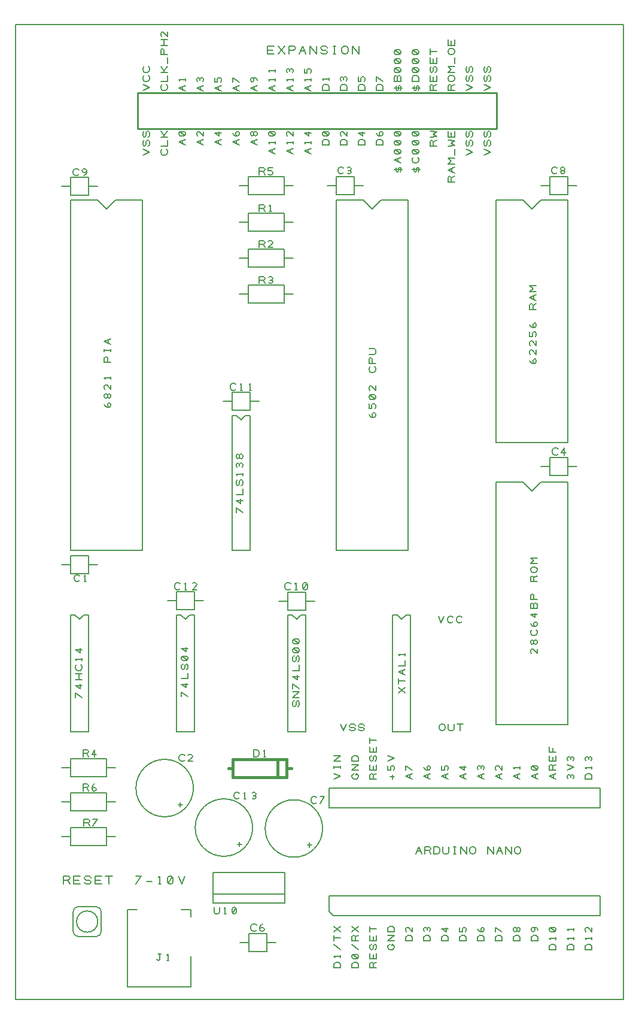
<source format=gbr>
G04 EasyPC Gerber Version 20.0.2 Build 4112 *
G04 #@! TF.Part,Single*
G04 #@! TF.FileFunction,Legend,Top *
%FSLAX35Y35*%
%MOIN*%
%ADD12C,0.00500*%
%ADD11C,0.00787*%
%ADD15C,0.01000*%
%ADD16C,0.01600*%
X0Y0D02*
D02*
D11*
X38722Y64357D02*
Y68787D01*
X41306*
X42044Y68417*
X42413Y67679*
X42044Y66941*
X41306Y66572*
X38722*
X41306D02*
X42413Y64357D01*
X44628D02*
Y68787D01*
X48319*
X47581Y66572D02*
X44628D01*
Y64357D02*
X48319D01*
X50533Y65465D02*
X50903Y64726D01*
X51641Y64357*
X53117*
X53856Y64726*
X54224Y65465*
X53856Y66203*
X53117Y66572*
X51641*
X50903Y66941*
X50533Y67679*
X50903Y68417*
X51641Y68787*
X53117*
X53856Y68417*
X54224Y67679*
X56439Y64357D02*
Y68787D01*
X60130*
X59392Y66572D02*
X56439D01*
Y64357D02*
X60130D01*
X64190D02*
Y68787D01*
X62344D02*
X66035D01*
X104514Y50006D02*
X109967D01*
Y46096*
X79222Y64357D02*
X82175Y68787D01*
X79222*
X85128Y65834D02*
X88081D01*
X91772Y64357D02*
X93248D01*
X92510D02*
Y68787D01*
X91772Y68048*
X97308Y64726D02*
X98046Y64357D01*
X98785*
X99523Y64726*
X99892Y65465*
Y67679*
X99523Y68417*
X98785Y68787*
X98046*
X97308Y68417*
X96939Y67679*
Y65465*
X97308Y64726*
X99523Y68417*
X102844Y68787D02*
X104690Y64357D01*
X106535Y68787*
X109967Y24246D02*
Y7250D01*
X74533*
Y50006*
X79919*
X152600Y526357D02*
Y530787D01*
X156291*
X155553Y528572D02*
X152600D01*
Y526357D02*
X156291D01*
X158506D02*
X162197Y530787D01*
X158506D02*
X162197Y526357D01*
X164411D02*
Y530787D01*
X166995*
X167733Y530417*
X168102Y529679*
X167733Y528941*
X166995Y528572*
X164411*
X170317Y526357D02*
X172163Y530787D01*
X174008Y526357*
X171055Y528203D02*
X173270D01*
X176222Y526357D02*
Y530787D01*
X179913Y526357*
Y530787*
X182128Y527465D02*
X182497Y526726D01*
X183235Y526357*
X184712*
X185450Y526726*
X185819Y527465*
X185450Y528203*
X184712Y528572*
X183235*
X182497Y528941*
X182128Y529679*
X182497Y530417*
X183235Y530787*
X184712*
X185450Y530417*
X185819Y529679*
X189141Y526357D02*
X190617D01*
X189879D02*
Y530787D01*
X189141D02*
X190617D01*
X193939Y527834D02*
Y529310D01*
X194308Y530048*
X194677Y530417*
X195415Y530787*
X196154*
X196892Y530417*
X197261Y530048*
X197630Y529310*
Y527834*
X197261Y527096*
X196892Y526726*
X196154Y526357*
X195415*
X194677Y526726*
X194308Y527096*
X193939Y527834*
X199844Y526357D02*
Y530787D01*
X203535Y526357*
Y530787*
D02*
D12*
X12250Y250D02*
X350750D01*
Y542750*
X12250*
Y250*
X37750Y129250D02*
X42750D01*
X37750Y242250D02*
X42750D01*
Y90750D02*
X37750D01*
X42750Y110250D02*
X37750D01*
X42750Y124250D02*
Y134250D01*
X62750*
Y124250*
X42750*
Y149250D02*
Y214250D01*
X45250*
X47750Y211750*
X50250Y214250*
X52750*
Y149250*
X42750*
Y237250D02*
Y247250D01*
X52750*
Y237250*
X42750*
Y250250D02*
Y445250D01*
X57750*
X62750Y440250*
X67750Y445250*
X82750*
Y250250*
X42750*
Y452750D02*
X37750D01*
X44234Y48852D02*
Y38026D01*
G75*
G03X47187Y35073I2953*
G01*
X57030*
G75*
G03X59982Y38026J2953*
G01*
Y48852*
G75*
G03X57030Y51805I-2953*
G01*
X47187*
G75*
G03X44234Y48852J-2953*
G01*
X47375Y459313D02*
X47063Y459000D01*
X46437Y458687*
X45500*
X44875Y459000*
X44563Y459313*
X44250Y459937*
Y461187*
X44563Y461813*
X44875Y462125*
X45500Y462437*
X46437*
X47063Y462125*
X47375Y461813*
X50187Y458687D02*
X50813Y459000D01*
X51437Y459625*
X51750Y460563*
Y461500*
X51437Y462125*
X50813Y462437*
X50187*
X49563Y462125*
X49250Y461500*
X49563Y460875*
X50187Y460563*
X50813*
X51437Y460875*
X51750Y461500*
X47875Y233313D02*
X47563Y233000D01*
X46937Y232687*
X46000*
X45375Y233000*
X45063Y233313*
X44750Y233937*
Y235187*
X45063Y235813*
X45375Y236125*
X46000Y236437*
X46937*
X47563Y236125*
X47875Y235813*
X50375Y232687D02*
X51625D01*
X51000D02*
Y236437D01*
X50375Y235813*
X49750Y116187D02*
Y119937D01*
X51937*
X52563Y119625*
X52875Y119000*
X52563Y118375*
X51937Y118063*
X49750*
X51937D02*
X52875Y116187D01*
X54750Y117125D02*
X55063Y117750D01*
X55687Y118063*
X56313*
X56937Y117750*
X57250Y117125*
X56937Y116500*
X56313Y116187*
X55687*
X55063Y116500*
X54750Y117125*
Y118063*
X55063Y119000*
X55687Y119625*
X56313Y119937*
X49750Y135187D02*
Y138937D01*
X51937*
X52563Y138625*
X52875Y138000*
X52563Y137375*
X51937Y137063*
X49750*
X51937D02*
X52875Y135187D01*
X56313D02*
Y138937D01*
X54750Y136437*
X57250*
X50250Y96687D02*
Y100437D01*
X52437*
X53063Y100125*
X53375Y99500*
X53063Y98875*
X52437Y98563*
X50250*
X52437D02*
X53375Y96687D01*
X55250D02*
X57750Y100437D01*
X55250*
X49313Y168250D02*
X45563Y170750D01*
Y168250*
X49313Y174813D02*
X45563D01*
X48063Y173250*
Y175750*
X49313Y178250D02*
X45563D01*
X47437D02*
Y181375D01*
X49313D02*
X45563D01*
X48687Y186375D02*
X49000Y186063D01*
X49313Y185437*
Y184500*
X49000Y183875*
X48687Y183563*
X48063Y183250*
X46813*
X46187Y183563*
X45875Y183875*
X45563Y184500*
Y185437*
X45875Y186063*
X46187Y186375*
X49313Y188875D02*
Y190125D01*
Y189500D02*
X45563D01*
X46187Y188875*
X49313Y194813D02*
X45563D01*
X48063Y193250*
Y195750*
X52750Y242250D02*
X57750D01*
X52750Y457750D02*
Y447750D01*
X42750*
Y457750*
X52750*
X57750Y452750D02*
X52750D01*
X57994Y43439D02*
G75*
G03X46183I-5906D01*
G01*
G75*
G03X57994I5906*
G01*
X62750Y95750D02*
Y85750D01*
X42750*
Y95750*
X62750*
Y115250D02*
Y105250D01*
X42750*
Y115250*
X62750*
Y129250D02*
X67750D01*
X64375Y329750D02*
X63750Y330063D01*
X63437Y330687*
Y331313*
X63750Y331937*
X64375Y332250*
X65000Y331937*
X65313Y331313*
Y330687*
X65000Y330063*
X64375Y329750*
X63437*
X62500Y330063*
X61875Y330687*
X61563Y331313*
X63437Y335687D02*
Y336313D01*
X63125Y336937*
X62500Y337250*
X61875Y336937*
X61563Y336313*
Y335687*
X61875Y335063*
X62500Y334750*
X63125Y335063*
X63437Y335687*
X63750Y335063*
X64375Y334750*
X65000Y335063*
X65313Y335687*
Y336313*
X65000Y336937*
X64375Y337250*
X63750Y336937*
X63437Y336313*
X65313Y342250D02*
Y339750D01*
X63125Y341937*
X62500Y342250*
X61875Y341937*
X61563Y341313*
Y340375*
X61875Y339750*
X65313Y345375D02*
Y346625D01*
Y346000D02*
X61563D01*
X62187Y345375*
X65313Y354750D02*
X61563D01*
Y356937*
X61875Y357563*
X62500Y357875*
X63125Y357563*
X63437Y356937*
Y354750*
X65313Y360687D02*
Y361937D01*
Y361313D02*
X61563D01*
Y360687D02*
Y361937D01*
X65313Y364750D02*
X61563Y366313D01*
X65313Y367875*
X63750Y365375D02*
Y367250D01*
X67750Y90750D02*
X62750D01*
X67750Y110250D02*
X62750D01*
X83063Y470250D02*
X86813Y471813D01*
X83063Y473375*
X85875Y475250D02*
X86500Y475563D01*
X86813Y476187*
Y477437*
X86500Y478063*
X85875Y478375*
X85250Y478063*
X84937Y477437*
Y476187*
X84625Y475563*
X84000Y475250*
X83375Y475563*
X83063Y476187*
Y477437*
X83375Y478063*
X84000Y478375*
X85875Y480250D02*
X86500Y480563D01*
X86813Y481187*
Y482437*
X86500Y483063*
X85875Y483375*
X85250Y483063*
X84937Y482437*
Y481187*
X84625Y480563*
X84000Y480250*
X83375Y480563*
X83063Y481187*
Y482437*
X83375Y483063*
X84000Y483375*
X83063Y506250D02*
X86813Y507813D01*
X83063Y509375*
X86187Y514375D02*
X86500Y514063D01*
X86813Y513437*
Y512500*
X86500Y511875*
X86187Y511563*
X85563Y511250*
X84313*
X83687Y511563*
X83375Y511875*
X83063Y512500*
Y513437*
X83375Y514063*
X83687Y514375*
X86187Y519375D02*
X86500Y519063D01*
X86813Y518437*
Y517500*
X86500Y516875*
X86187Y516563*
X85563Y516250*
X84313*
X83687Y516563*
X83375Y516875*
X83063Y517500*
Y518437*
X83375Y519063*
X83687Y519375*
X90774Y22372D02*
X91086Y22059D01*
X91711Y21746*
X92336Y22059*
X92649Y22372*
Y25496*
X93274*
X92649D02*
X91399D01*
X96399Y21746D02*
X97649D01*
X97024D02*
Y25496D01*
X96399Y24872*
X96187Y473375D02*
X96500Y473063D01*
X96813Y472437*
Y471500*
X96500Y470875*
X96187Y470563*
X95563Y470250*
X94313*
X93687Y470563*
X93375Y470875*
X93063Y471500*
Y472437*
X93375Y473063*
X93687Y473375*
X93063Y475250D02*
X96813D01*
Y478375*
Y480250D02*
X93063D01*
X94937D02*
Y481187D01*
X93063Y483375*
X94937Y481187D02*
X96813Y483375D01*
X96187Y509375D02*
X96500Y509063D01*
X96813Y508437*
Y507500*
X96500Y506875*
X96187Y506563*
X95563Y506250*
X94313*
X93687Y506563*
X93375Y506875*
X93063Y507500*
Y508437*
X93375Y509063*
X93687Y509375*
X93063Y511250D02*
X96813D01*
Y514375*
Y516250D02*
X93063D01*
X94937D02*
Y517187D01*
X93063Y519375*
X94937Y517187D02*
X96813Y519375D01*
Y521250D02*
Y524375D01*
Y526250D02*
X93063D01*
Y528437*
X93375Y529063*
X94000Y529375*
X94625Y529063*
X94937Y528437*
Y526250*
X96813Y531250D02*
X93063D01*
X94937D02*
Y534375D01*
X96813D02*
X93063D01*
X96813Y538750D02*
Y536250D01*
X94625Y538437*
X94000Y538750*
X93375Y538437*
X93063Y537813*
Y536875*
X93375Y536250*
X103875Y228813D02*
X103563Y228500D01*
X102937Y228187*
X102000*
X101375Y228500*
X101063Y228813*
X100750Y229437*
Y230687*
X101063Y231313*
X101375Y231625*
X102000Y231937*
X102937*
X103563Y231625*
X103875Y231313*
X106375Y228187D02*
X107625D01*
X107000D02*
Y231937D01*
X106375Y231313*
X113250Y228187D02*
X110750D01*
X112937Y230375*
X113250Y231000*
X112937Y231625*
X112313Y231937*
X111375*
X110750Y231625*
X101750Y149250D02*
Y214250D01*
X104250*
X106750Y211750*
X109250Y214250*
X111750*
Y149250*
X101750*
Y222250D02*
X96750D01*
X106375Y133313D02*
X106063Y133000D01*
X105437Y132687*
X104500*
X103875Y133000*
X103563Y133313*
X103250Y133937*
Y135187*
X103563Y135813*
X103875Y136125*
X104500Y136437*
X105437*
X106063Y136125*
X106375Y135813*
X110750Y132687D02*
X108250D01*
X110437Y134875*
X110750Y135500*
X110437Y136125*
X109813Y136437*
X108875*
X108250Y136125*
X105250Y108563D02*
X102750D01*
X104000Y109813D02*
Y107313D01*
X106813Y475750D02*
X103063Y477313D01*
X106813Y478875*
X105250Y476375D02*
Y478250D01*
X106500Y481063D02*
X106813Y481687D01*
Y482313*
X106500Y482937*
X105875Y483250*
X104000*
X103375Y482937*
X103063Y482313*
Y481687*
X103375Y481063*
X104000Y480750*
X105875*
X106500Y481063*
X103375Y482937*
X106813Y505750D02*
X103063Y507313D01*
X106813Y508875*
X105250Y506375D02*
Y508250D01*
X106813Y511375D02*
Y512625D01*
Y512000D02*
X103063D01*
X103687Y511375*
X108313Y168750D02*
X104563Y171250D01*
Y168750*
X108313Y175313D02*
X104563D01*
X107063Y173750*
Y176250*
X104563Y178750D02*
X108313D01*
Y181875*
X107375Y183750D02*
X108000Y184063D01*
X108313Y184687*
Y185937*
X108000Y186563*
X107375Y186875*
X106750Y186563*
X106437Y185937*
Y184687*
X106125Y184063*
X105500Y183750*
X104875Y184063*
X104563Y184687*
Y185937*
X104875Y186563*
X105500Y186875*
X108000Y189063D02*
X108313Y189687D01*
Y190313*
X108000Y190937*
X107375Y191250*
X105500*
X104875Y190937*
X104563Y190313*
Y189687*
X104875Y189063*
X105500Y188750*
X107375*
X108000Y189063*
X104875Y190937*
X108313Y195313D02*
X104563D01*
X107063Y193750*
Y196250*
X111250Y117750D02*
G75*
G02X95250Y101750I-16000D01*
G01*
G75*
G02X79250Y117750J16000*
G01*
G75*
G02X95250Y133750I16000*
G01*
G75*
G02X111250Y117750J-16000*
G01*
X111750Y227250D02*
Y217250D01*
X101750*
Y227250*
X111750*
X116750Y222250D02*
X111750D01*
X116813Y475750D02*
X113063Y477313D01*
X116813Y478875*
X115250Y476375D02*
Y478250D01*
X116813Y483250D02*
Y480750D01*
X114625Y482937*
X114000Y483250*
X113375Y482937*
X113063Y482313*
Y481375*
X113375Y480750*
X116813Y505750D02*
X113063Y507313D01*
X116813Y508875*
X115250Y506375D02*
Y508250D01*
X116500Y511063D02*
X116813Y511687D01*
Y512313*
X116500Y512937*
X115875Y513250*
X115250Y512937*
X114937Y512313*
Y511687*
Y512313D02*
X114625Y512937D01*
X114000Y513250*
X113375Y512937*
X113063Y512313*
Y511687*
X113375Y511063*
X122750Y51437D02*
Y48625D01*
X123063Y48000*
X123687Y47687*
X124937*
X125563Y48000*
X125875Y48625*
Y51437*
X128375Y47687D02*
X129625D01*
X129000D02*
Y51437D01*
X128375Y50813*
X133063Y48000D02*
X133687Y47687D01*
X134313*
X134937Y48000*
X135250Y48625*
Y50500*
X134937Y51125*
X134313Y51437*
X133687*
X133063Y51125*
X132750Y50500*
Y48625*
X133063Y48000*
X134937Y51125*
X126813Y475750D02*
X123063Y477313D01*
X126813Y478875*
X125250Y476375D02*
Y478250D01*
X126813Y482313D02*
X123063D01*
X125563Y480750*
Y483250*
X126813Y505750D02*
X123063Y507313D01*
X126813Y508875*
X125250Y506375D02*
Y508250D01*
X126500Y510750D02*
X126813Y511375D01*
Y512313*
X126500Y512937*
X125875Y513250*
X125563*
X124937Y512937*
X124625Y512313*
Y510750*
X123063*
Y513250*
X134875Y339813D02*
X134563Y339500D01*
X133937Y339187*
X133000*
X132375Y339500*
X132063Y339813*
X131750Y340437*
Y341687*
X132063Y342313*
X132375Y342625*
X133000Y342937*
X133937*
X134563Y342625*
X134875Y342313*
X137375Y339187D02*
X138625D01*
X138000D02*
Y342937D01*
X137375Y342313*
X142375Y339187D02*
X143625D01*
X143000D02*
Y342937D01*
X142375Y342313*
X132750Y250250D02*
Y325250D01*
X135250*
X137750Y322750*
X140250Y325250*
X142750*
Y250250*
X132750*
Y333250D02*
X127750D01*
X136875Y112313D02*
X136563Y112000D01*
X135937Y111687*
X135000*
X134375Y112000*
X134063Y112313*
X133750Y112937*
Y114187*
X134063Y114813*
X134375Y115125*
X135000Y115437*
X135937*
X136563Y115125*
X136875Y114813*
X139375Y111687D02*
X140625D01*
X140000D02*
Y115437D01*
X139375Y114813*
X144063Y112000D02*
X144687Y111687D01*
X145313*
X145937Y112000*
X146250Y112625*
X145937Y113250*
X145313Y113563*
X144687*
X145313D02*
X145937Y113875D01*
X146250Y114500*
X145937Y115125*
X145313Y115437*
X144687*
X144063Y115125*
X136750Y392750D02*
X141750D01*
X136750Y412750D02*
X141750D01*
X136750Y432750D02*
X141750D01*
X136750Y453250D02*
X141750D01*
X136813Y475750D02*
X133063Y477313D01*
X136813Y478875*
X135250Y476375D02*
Y478250D01*
X135875Y480750D02*
X135250Y481063D01*
X134937Y481687*
Y482313*
X135250Y482937*
X135875Y483250*
X136500Y482937*
X136813Y482313*
Y481687*
X136500Y481063*
X135875Y480750*
X134937*
X134000Y481063*
X133375Y481687*
X133063Y482313*
X136813Y505750D02*
X133063Y507313D01*
X136813Y508875*
X135250Y506375D02*
Y508250D01*
X136813Y510750D02*
X133063Y513250D01*
Y510750*
X138250Y86563D02*
X135750D01*
X137000Y87813D02*
Y85313D01*
X138813Y271250D02*
X135063Y273750D01*
Y271250*
X138813Y277813D02*
X135063D01*
X137563Y276250*
Y278750*
X135063Y281250D02*
X138813D01*
Y284375*
X137875Y286250D02*
X138500Y286563D01*
X138813Y287187*
Y288437*
X138500Y289063*
X137875Y289375*
X137250Y289063*
X136937Y288437*
Y287187*
X136625Y286563*
X136000Y286250*
X135375Y286563*
X135063Y287187*
Y288437*
X135375Y289063*
X136000Y289375*
X138813Y291875D02*
Y293125D01*
Y292500D02*
X135063D01*
X135687Y291875*
X138500Y296563D02*
X138813Y297187D01*
Y297813*
X138500Y298437*
X137875Y298750*
X137250Y298437*
X136937Y297813*
Y297187*
Y297813D02*
X136625Y298437D01*
X136000Y298750*
X135375Y298437*
X135063Y297813*
Y297187*
X135375Y296563*
X136937Y302187D02*
Y302813D01*
X136625Y303437*
X136000Y303750*
X135375Y303437*
X135063Y302813*
Y302187*
X135375Y301563*
X136000Y301250*
X136625Y301563*
X136937Y302187*
X137250Y301563*
X137875Y301250*
X138500Y301563*
X138813Y302187*
Y302813*
X138500Y303437*
X137875Y303750*
X137250Y303437*
X136937Y302813*
X141750Y387750D02*
Y397750D01*
X161750*
Y387750*
X141750*
Y407750D02*
Y417750D01*
X161750*
Y407750*
X141750*
Y427750D02*
Y437750D01*
X161750*
Y427750*
X141750*
Y448250D02*
Y458250D01*
X161750*
Y448250*
X141750*
X142250Y31750D02*
X137250D01*
X142750Y338250D02*
Y328250D01*
X132750*
Y338250*
X142750*
X146375Y38813D02*
X146063Y38500D01*
X145437Y38187*
X144500*
X143875Y38500*
X143563Y38813*
X143250Y39437*
Y40687*
X143563Y41313*
X143875Y41625*
X144500Y41937*
X145437*
X146063Y41625*
X146375Y41313*
X148250Y39125D02*
X148563Y39750D01*
X149187Y40063*
X149813*
X150437Y39750*
X150750Y39125*
X150437Y38500*
X149813Y38187*
X149187*
X148563Y38500*
X148250Y39125*
Y40063*
X148563Y41000*
X149187Y41625*
X149813Y41937*
X144250Y95750D02*
G75*
G02X128250Y79750I-16000D01*
G01*
G75*
G02X112250Y95750J16000*
G01*
G75*
G02X128250Y111750I16000*
G01*
G75*
G02X144250Y95750J-16000*
G01*
X144750Y135187D02*
Y138937D01*
X146625*
X147250Y138625*
X147563Y138313*
X147875Y137687*
Y136437*
X147563Y135813*
X147250Y135500*
X146625Y135187*
X144750*
X150375D02*
X151625D01*
X151000D02*
Y138937D01*
X150375Y138313*
X147750Y333250D02*
X142750D01*
X146813Y475750D02*
X143063Y477313D01*
X146813Y478875*
X145250Y476375D02*
Y478250D01*
X144937Y481687D02*
Y482313D01*
X144625Y482937*
X144000Y483250*
X143375Y482937*
X143063Y482313*
Y481687*
X143375Y481063*
X144000Y480750*
X144625Y481063*
X144937Y481687*
X145250Y481063*
X145875Y480750*
X146500Y481063*
X146813Y481687*
Y482313*
X146500Y482937*
X145875Y483250*
X145250Y482937*
X144937Y482313*
X146813Y505750D02*
X143063Y507313D01*
X146813Y508875*
X145250Y506375D02*
Y508250D01*
X146813Y511687D02*
X146500Y512313D01*
X145875Y512937*
X144937Y513250*
X144000*
X143375Y512937*
X143063Y512313*
Y511687*
X143375Y511063*
X144000Y510750*
X144625Y511063*
X144937Y511687*
Y512313*
X144625Y512937*
X144000Y513250*
X148000Y398687D02*
Y402437D01*
X150187*
X150813Y402125*
X151125Y401500*
X150813Y400875*
X150187Y400563*
X148000*
X150187D02*
X151125Y398687D01*
X153313Y399000D02*
X153937Y398687D01*
X154563*
X155187Y399000*
X155500Y399625*
X155187Y400250*
X154563Y400563*
X153937*
X154563D02*
X155187Y400875D01*
X155500Y401500*
X155187Y402125*
X154563Y402437*
X153937*
X153313Y402125*
X148000Y418687D02*
Y422437D01*
X150187*
X150813Y422125*
X151125Y421500*
X150813Y420875*
X150187Y420563*
X148000*
X150187D02*
X151125Y418687D01*
X155500D02*
X153000D01*
X155187Y420875*
X155500Y421500*
X155187Y422125*
X154563Y422437*
X153625*
X153000Y422125*
X148000Y438687D02*
Y442437D01*
X150187*
X150813Y442125*
X151125Y441500*
X150813Y440875*
X150187Y440563*
X148000*
X150187D02*
X151125Y438687D01*
X153625D02*
X154875D01*
X154250D02*
Y442437D01*
X153625Y441813*
X148000Y459187D02*
Y462937D01*
X150187*
X150813Y462625*
X151125Y462000*
X150813Y461375*
X150187Y461063*
X148000*
X150187D02*
X151125Y459187D01*
X153000Y459500D02*
X153625Y459187D01*
X154563*
X155187Y459500*
X155500Y460125*
Y460437*
X155187Y461063*
X154563Y461375*
X153000*
Y462937*
X155500*
X152250Y36750D02*
Y26750D01*
X142250*
Y36750*
X152250*
X157250Y31750D02*
X152250D01*
X156813Y470750D02*
X153063Y472313D01*
X156813Y473875*
X155250Y471375D02*
Y473250D01*
X156813Y476375D02*
Y477625D01*
Y477000D02*
X153063D01*
X153687Y476375*
X156500Y481063D02*
X156813Y481687D01*
Y482313*
X156500Y482937*
X155875Y483250*
X154000*
X153375Y482937*
X153063Y482313*
Y481687*
X153375Y481063*
X154000Y480750*
X155875*
X156500Y481063*
X153375Y482937*
X156813Y505750D02*
X153063Y507313D01*
X156813Y508875*
X155250Y506375D02*
Y508250D01*
X156813Y511375D02*
Y512625D01*
Y512000D02*
X153063D01*
X153687Y511375*
X156813Y516375D02*
Y517625D01*
Y517000D02*
X153063D01*
X153687Y516375*
X158750Y221750D02*
X163750D01*
X161750Y392750D02*
X166750D01*
X161750Y412750D02*
X166750D01*
X161750Y432750D02*
X166750D01*
X161750Y453250D02*
X166750D01*
X162250Y53750D02*
Y70750D01*
X122250*
Y53750*
X162250*
Y58750D02*
X122250D01*
X165375Y228813D02*
X165063Y228500D01*
X164437Y228187*
X163500*
X162875Y228500*
X162563Y228813*
X162250Y229437*
Y230687*
X162563Y231313*
X162875Y231625*
X163500Y231937*
X164437*
X165063Y231625*
X165375Y231313*
X167875Y228187D02*
X169125D01*
X168500D02*
Y231937D01*
X167875Y231313*
X172563Y228500D02*
X173187Y228187D01*
X173813*
X174437Y228500*
X174750Y229125*
Y231000*
X174437Y231625*
X173813Y231937*
X173187*
X172563Y231625*
X172250Y231000*
Y229125*
X172563Y228500*
X174437Y231625*
X163750Y149250D02*
Y214250D01*
X166250*
X168750Y211750*
X171250Y214250*
X173750*
Y149250*
X163750*
Y216750D02*
Y226750D01*
X173750*
Y216750*
X163750*
X166813Y470750D02*
X163063Y472313D01*
X166813Y473875*
X165250Y471375D02*
Y473250D01*
X166813Y476375D02*
Y477625D01*
Y477000D02*
X163063D01*
X163687Y476375*
X166813Y483250D02*
Y480750D01*
X164625Y482937*
X164000Y483250*
X163375Y482937*
X163063Y482313*
Y481375*
X163375Y480750*
X166813Y505750D02*
X163063Y507313D01*
X166813Y508875*
X165250Y506375D02*
Y508250D01*
X166813Y511375D02*
Y512625D01*
Y512000D02*
X163063D01*
X163687Y511375*
X166500Y516063D02*
X166813Y516687D01*
Y517313*
X166500Y517937*
X165875Y518250*
X165250Y517937*
X164937Y517313*
Y516687*
Y517313D02*
X164625Y517937D01*
X164000Y518250*
X163375Y517937*
X163063Y517313*
Y516687*
X163375Y516063*
X169375Y163250D02*
X170000Y163563D01*
X170313Y164187*
Y165437*
X170000Y166063*
X169375Y166375*
X168750Y166063*
X168437Y165437*
Y164187*
X168125Y163563*
X167500Y163250*
X166875Y163563*
X166563Y164187*
Y165437*
X166875Y166063*
X167500Y166375*
X170313Y168250D02*
X166563D01*
X170313Y171375*
X166563*
X170313Y173250D02*
X166563Y175750D01*
Y173250*
X170313Y179813D02*
X166563D01*
X169063Y178250*
Y180750*
X166563Y183250D02*
X170313D01*
Y186375*
X169375Y188250D02*
X170000Y188563D01*
X170313Y189187*
Y190437*
X170000Y191063*
X169375Y191375*
X168750Y191063*
X168437Y190437*
Y189187*
X168125Y188563*
X167500Y188250*
X166875Y188563*
X166563Y189187*
Y190437*
X166875Y191063*
X167500Y191375*
X170000Y193563D02*
X170313Y194187D01*
Y194813*
X170000Y195437*
X169375Y195750*
X167500*
X166875Y195437*
X166563Y194813*
Y194187*
X166875Y193563*
X167500Y193250*
X169375*
X170000Y193563*
X166875Y195437*
X170000Y198563D02*
X170313Y199187D01*
Y199813*
X170000Y200437*
X169375Y200750*
X167500*
X166875Y200437*
X166563Y199813*
Y199187*
X166875Y198563*
X167500Y198250*
X169375*
X170000Y198563*
X166875Y200437*
X173750Y221750D02*
X178750D01*
X179875Y109813D02*
X179563Y109500D01*
X178937Y109187*
X178000*
X177375Y109500*
X177063Y109813*
X176750Y110437*
Y111687*
X177063Y112313*
X177375Y112625*
X178000Y112937*
X178937*
X179563Y112625*
X179875Y112313*
X181750Y109187D02*
X184250Y112937D01*
X181750*
X177250Y86063D02*
X174750D01*
X176000Y87313D02*
Y84813D01*
X176813Y470750D02*
X173063Y472313D01*
X176813Y473875*
X175250Y471375D02*
Y473250D01*
X176813Y476375D02*
Y477625D01*
Y477000D02*
X173063D01*
X173687Y476375*
X176813Y482313D02*
X173063D01*
X175563Y480750*
Y483250*
X176813Y505750D02*
X173063Y507313D01*
X176813Y508875*
X175250Y506375D02*
Y508250D01*
X176813Y511375D02*
Y512625D01*
Y512000D02*
X173063D01*
X173687Y511375*
X176500Y515750D02*
X176813Y516375D01*
Y517313*
X176500Y517937*
X175875Y518250*
X175563*
X174937Y517937*
X174625Y517313*
Y515750*
X173063*
Y518250*
X183250Y95250D02*
G75*
G02X167250Y79250I-16000D01*
G01*
G75*
G02X151250Y95250J16000*
G01*
G75*
G02X167250Y111250I16000*
G01*
G75*
G02X183250Y95250J-16000*
G01*
X186750Y57750D02*
X337750D01*
Y46750*
X189250*
X186750Y49250*
Y57750*
Y117750D02*
X337750D01*
Y106750*
X186750*
Y117750*
X186813Y475750D02*
X183063D01*
Y477625*
X183375Y478250*
X183687Y478563*
X184313Y478875*
X185563*
X186187Y478563*
X186500Y478250*
X186813Y477625*
Y475750*
X186500Y481063D02*
X186813Y481687D01*
Y482313*
X186500Y482937*
X185875Y483250*
X184000*
X183375Y482937*
X183063Y482313*
Y481687*
X183375Y481063*
X184000Y480750*
X185875*
X186500Y481063*
X183375Y482937*
X186813Y506250D02*
X183063D01*
Y508125*
X183375Y508750*
X183687Y509063*
X184313Y509375*
X185563*
X186187Y509063*
X186500Y508750*
X186813Y508125*
Y506250*
Y511875D02*
Y513125D01*
Y512500D02*
X183063D01*
X183687Y511875*
X190750Y250250D02*
Y445250D01*
X205750*
X210750Y440250*
X215750Y445250*
X230750*
Y250250*
X190750*
Y453250D02*
X185750D01*
X194875Y460313D02*
X194563Y460000D01*
X193937Y459687*
X193000*
X192375Y460000*
X192063Y460313*
X191750Y460937*
Y462187*
X192063Y462813*
X192375Y463125*
X193000Y463437*
X193937*
X194563Y463125*
X194875Y462813*
X197063Y460000D02*
X197687Y459687D01*
X198313*
X198937Y460000*
X199250Y460625*
X198937Y461250*
X198313Y461563*
X197687*
X198313D02*
X198937Y461875D01*
X199250Y462500*
X198937Y463125*
X198313Y463437*
X197687*
X197063Y463125*
X193313Y17750D02*
X189563D01*
Y19625*
X189875Y20250*
X190187Y20563*
X190813Y20875*
X192063*
X192687Y20563*
X193000Y20250*
X193313Y19625*
Y17750*
Y23375D02*
Y24625D01*
Y24000D02*
X189563D01*
X190187Y23375*
X193313Y27750D02*
X189563Y30875D01*
X193313Y34313D02*
X189563D01*
Y32750D02*
Y35875D01*
X193313Y37750D02*
X189563Y40875D01*
Y37750D02*
X193313Y40875D01*
X189563Y122750D02*
X193313Y124313D01*
X189563Y125875*
X193313Y128687D02*
Y129937D01*
Y129313D02*
X189563D01*
Y128687D02*
Y129937D01*
X193313Y132750D02*
X189563D01*
X193313Y135875*
X189563*
X196813Y475750D02*
X193063D01*
Y477625*
X193375Y478250*
X193687Y478563*
X194313Y478875*
X195563*
X196187Y478563*
X196500Y478250*
X196813Y477625*
Y475750*
Y483250D02*
Y480750D01*
X194625Y482937*
X194000Y483250*
X193375Y482937*
X193063Y482313*
Y481375*
X193375Y480750*
X196813Y506250D02*
X193063D01*
Y508125*
X193375Y508750*
X193687Y509063*
X194313Y509375*
X195563*
X196187Y509063*
X196500Y508750*
X196813Y508125*
Y506250*
X196500Y511563D02*
X196813Y512187D01*
Y512813*
X196500Y513437*
X195875Y513750*
X195250Y513437*
X194937Y512813*
Y512187*
Y512813D02*
X194625Y513437D01*
X194000Y513750*
X193375Y513437*
X193063Y512813*
Y512187*
X193375Y511563*
X200750Y458250D02*
Y448250D01*
X190750*
Y458250*
X200750*
X203313Y17750D02*
X199563D01*
Y19625*
X199875Y20250*
X200187Y20563*
X200813Y20875*
X202063*
X202687Y20563*
X203000Y20250*
X203313Y19625*
Y17750*
X203000Y23063D02*
X203313Y23687D01*
Y24313*
X203000Y24937*
X202375Y25250*
X200500*
X199875Y24937*
X199563Y24313*
Y23687*
X199875Y23063*
X200500Y22750*
X202375*
X203000Y23063*
X199875Y24937*
X203313Y27750D02*
X199563Y30875D01*
X203313Y32750D02*
X199563D01*
Y34937*
X199875Y35563*
X200500Y35875*
X201125Y35563*
X201437Y34937*
Y32750*
Y34937D02*
X203313Y35875D01*
Y37750D02*
X199563Y40875D01*
Y37750D02*
X203313Y40875D01*
X201750Y124937D02*
Y125875D01*
X202063*
X202687Y125563*
X203000Y125250*
X203313Y124625*
Y124000*
X203000Y123375*
X202687Y123063*
X202063Y122750*
X200813*
X200187Y123063*
X199875Y123375*
X199563Y124000*
Y124625*
X199875Y125250*
X200187Y125563*
X200813Y125875*
X203313Y127750D02*
X199563D01*
X203313Y130875*
X199563*
X203313Y132750D02*
X199563D01*
Y134625*
X199875Y135250*
X200187Y135563*
X200813Y135875*
X202063*
X202687Y135563*
X203000Y135250*
X203313Y134625*
Y132750*
X205750Y453250D02*
X200750D01*
X206813Y475750D02*
X203063D01*
Y477625*
X203375Y478250*
X203687Y478563*
X204313Y478875*
X205563*
X206187Y478563*
X206500Y478250*
X206813Y477625*
Y475750*
Y482313D02*
X203063D01*
X205563Y480750*
Y483250*
X206813Y506250D02*
X203063D01*
Y508125*
X203375Y508750*
X203687Y509063*
X204313Y509375*
X205563*
X206187Y509063*
X206500Y508750*
X206813Y508125*
Y506250*
X206500Y511250D02*
X206813Y511875D01*
Y512813*
X206500Y513437*
X205875Y513750*
X205563*
X204937Y513437*
X204625Y512813*
Y511250*
X203063*
Y513750*
X193250Y153437D02*
X194813Y149687D01*
X196375Y153437*
X198250Y150625D02*
X198563Y150000D01*
X199187Y149687*
X200437*
X201063Y150000*
X201375Y150625*
X201063Y151250*
X200437Y151563*
X199187*
X198563Y151875*
X198250Y152500*
X198563Y153125*
X199187Y153437*
X200437*
X201063Y153125*
X201375Y152500*
X203250Y150625D02*
X203563Y150000D01*
X204187Y149687*
X205437*
X206063Y150000*
X206375Y150625*
X206063Y151250*
X205437Y151563*
X204187*
X203563Y151875*
X203250Y152500*
X203563Y153125*
X204187Y153437*
X205437*
X206063Y153125*
X206375Y152500*
X211875Y324250D02*
X211250Y324563D01*
X210937Y325187*
Y325813*
X211250Y326437*
X211875Y326750*
X212500Y326437*
X212813Y325813*
Y325187*
X212500Y324563*
X211875Y324250*
X210937*
X210000Y324563*
X209375Y325187*
X209063Y325813*
X212500Y329250D02*
X212813Y329875D01*
Y330813*
X212500Y331437*
X211875Y331750*
X211563*
X210937Y331437*
X210625Y330813*
Y329250*
X209063*
Y331750*
X212500Y334563D02*
X212813Y335187D01*
Y335813*
X212500Y336437*
X211875Y336750*
X210000*
X209375Y336437*
X209063Y335813*
Y335187*
X209375Y334563*
X210000Y334250*
X211875*
X212500Y334563*
X209375Y336437*
X212813Y341750D02*
Y339250D01*
X210625Y341437*
X210000Y341750*
X209375Y341437*
X209063Y340813*
Y339875*
X209375Y339250*
X212187Y352375D02*
X212500Y352063D01*
X212813Y351437*
Y350500*
X212500Y349875*
X212187Y349563*
X211563Y349250*
X210313*
X209687Y349563*
X209375Y349875*
X209063Y350500*
Y351437*
X209375Y352063*
X209687Y352375*
X212813Y354250D02*
X209063D01*
Y356437*
X209375Y357063*
X210000Y357375*
X210625Y357063*
X210937Y356437*
Y354250*
X209063Y359250D02*
X211875D01*
X212500Y359563*
X212813Y360187*
Y361437*
X212500Y362063*
X211875Y362375*
X209063*
X213313Y17750D02*
X209563D01*
Y19937*
X209875Y20563*
X210500Y20875*
X211125Y20563*
X211437Y19937*
Y17750*
Y19937D02*
X213313Y20875D01*
Y22750D02*
X209563D01*
Y25875*
X211437Y25250D02*
Y22750D01*
X213313D02*
Y25875D01*
X212375Y27750D02*
X213000Y28063D01*
X213313Y28687*
Y29937*
X213000Y30563*
X212375Y30875*
X211750Y30563*
X211437Y29937*
Y28687*
X211125Y28063*
X210500Y27750*
X209875Y28063*
X209563Y28687*
Y29937*
X209875Y30563*
X210500Y30875*
X213313Y32750D02*
X209563D01*
Y35875*
X211437Y35250D02*
Y32750D01*
X213313D02*
Y35875D01*
Y39313D02*
X209563D01*
Y37750D02*
Y40875D01*
X213313Y122750D02*
X209563D01*
Y124937*
X209875Y125563*
X210500Y125875*
X211125Y125563*
X211437Y124937*
Y122750*
Y124937D02*
X213313Y125875D01*
Y127750D02*
X209563D01*
Y130875*
X211437Y130250D02*
Y127750D01*
X213313D02*
Y130875D01*
X212375Y132750D02*
X213000Y133063D01*
X213313Y133687*
Y134937*
X213000Y135563*
X212375Y135875*
X211750Y135563*
X211437Y134937*
Y133687*
X211125Y133063*
X210500Y132750*
X209875Y133063*
X209563Y133687*
Y134937*
X209875Y135563*
X210500Y135875*
X213313Y137750D02*
X209563D01*
Y140875*
X211437Y140250D02*
Y137750D01*
X213313D02*
Y140875D01*
Y144313D02*
X209563D01*
Y142750D02*
Y145875D01*
X216813Y475750D02*
X213063D01*
Y477625*
X213375Y478250*
X213687Y478563*
X214313Y478875*
X215563*
X216187Y478563*
X216500Y478250*
X216813Y477625*
Y475750*
X215875Y480750D02*
X215250Y481063D01*
X214937Y481687*
Y482313*
X215250Y482937*
X215875Y483250*
X216500Y482937*
X216813Y482313*
Y481687*
X216500Y481063*
X215875Y480750*
X214937*
X214000Y481063*
X213375Y481687*
X213063Y482313*
X216813Y506250D02*
X213063D01*
Y508125*
X213375Y508750*
X213687Y509063*
X214313Y509375*
X215563*
X216187Y509063*
X216500Y508750*
X216813Y508125*
Y506250*
Y511250D02*
X213063Y513750D01*
Y511250*
X222250Y149250D02*
Y214250D01*
X224750*
X227250Y211750*
X229750Y214250*
X232250*
Y149250*
X222250*
X221750Y29937D02*
Y30875D01*
X222063*
X222687Y30563*
X223000Y30250*
X223313Y29625*
Y29000*
X223000Y28375*
X222687Y28063*
X222063Y27750*
X220813*
X220187Y28063*
X219875Y28375*
X219563Y29000*
Y29625*
X219875Y30250*
X220187Y30563*
X220813Y30875*
X223313Y32750D02*
X219563D01*
X223313Y35875*
X219563*
X223313Y37750D02*
X219563D01*
Y39625*
X219875Y40250*
X220187Y40563*
X220813Y40875*
X222063*
X222687Y40563*
X223000Y40250*
X223313Y39625*
Y37750*
X222063Y122750D02*
Y125250D01*
X223313Y124000D02*
X220813D01*
X223000Y127750D02*
X223313Y128375D01*
Y129313*
X223000Y129937*
X222375Y130250*
X222063*
X221437Y129937*
X221125Y129313*
Y127750*
X219563*
Y130250*
Y132750D02*
X223313Y134313D01*
X219563Y135875*
X226500Y460750D02*
X226813Y461375D01*
Y462625*
X226500Y463250*
X225875*
X225563Y462625*
Y461375*
X225250Y460750*
X224625*
X224313Y461375*
Y462625*
X224625Y463250*
X227437Y462000D02*
X223063D01*
X226813Y465750D02*
X223063Y467313D01*
X226813Y468875*
X225250Y466375D02*
Y468250D01*
X226500Y471063D02*
X226813Y471687D01*
Y472313*
X226500Y472937*
X225875Y473250*
X224000*
X223375Y472937*
X223063Y472313*
Y471687*
X223375Y471063*
X224000Y470750*
X225875*
X226500Y471063*
X223375Y472937*
X226500Y476063D02*
X226813Y476687D01*
Y477313*
X226500Y477937*
X225875Y478250*
X224000*
X223375Y477937*
X223063Y477313*
Y476687*
X223375Y476063*
X224000Y475750*
X225875*
X226500Y476063*
X223375Y477937*
X226500Y481063D02*
X226813Y481687D01*
Y482313*
X226500Y482937*
X225875Y483250*
X224000*
X223375Y482937*
X223063Y482313*
Y481687*
X223375Y481063*
X224000Y480750*
X225875*
X226500Y481063*
X223375Y482937*
X226500Y506250D02*
X226813Y506875D01*
Y508125*
X226500Y508750*
X225875*
X225563Y508125*
Y506875*
X225250Y506250*
X224625*
X224313Y506875*
Y508125*
X224625Y508750*
X227437Y507500D02*
X223063D01*
X224937Y513437D02*
X225250Y514063D01*
X225875Y514375*
X226500Y514063*
X226813Y513437*
Y511250*
X223063*
Y513437*
X223375Y514063*
X224000Y514375*
X224625Y514063*
X224937Y513437*
Y511250*
X226500Y516563D02*
X226813Y517187D01*
Y517813*
X226500Y518437*
X225875Y518750*
X224000*
X223375Y518437*
X223063Y517813*
Y517187*
X223375Y516563*
X224000Y516250*
X225875*
X226500Y516563*
X223375Y518437*
X226500Y521563D02*
X226813Y522187D01*
Y522813*
X226500Y523437*
X225875Y523750*
X224000*
X223375Y523437*
X223063Y522813*
Y522187*
X223375Y521563*
X224000Y521250*
X225875*
X226500Y521563*
X223375Y523437*
X226500Y526563D02*
X226813Y527187D01*
Y527813*
X226500Y528437*
X225875Y528750*
X224000*
X223375Y528437*
X223063Y527813*
Y527187*
X223375Y526563*
X224000Y526250*
X225875*
X226500Y526563*
X223375Y528437*
X229313Y170750D02*
X225563Y173875D01*
Y170750D02*
X229313Y173875D01*
Y177313D02*
X225563D01*
Y175750D02*
Y178875D01*
X229313Y180750D02*
X225563Y182313D01*
X229313Y183875*
X227750Y181375D02*
Y183250D01*
X225563Y185750D02*
X229313D01*
Y188875*
Y191375D02*
Y192625D01*
Y192000D02*
X225563D01*
X226187Y191375*
X233313Y32750D02*
X229563D01*
Y34625*
X229875Y35250*
X230187Y35563*
X230813Y35875*
X232063*
X232687Y35563*
X233000Y35250*
X233313Y34625*
Y32750*
Y40250D02*
Y37750D01*
X231125Y39937*
X230500Y40250*
X229875Y39937*
X229563Y39313*
Y38375*
X229875Y37750*
X233313Y122750D02*
X229563Y124313D01*
X233313Y125875*
X231750Y123375D02*
Y125250D01*
X233313Y127750D02*
X229563Y130250D01*
Y127750*
X235250Y81187D02*
X236813Y84937D01*
X238375Y81187*
X235875Y82750D02*
X237750D01*
X240250Y81187D02*
Y84937D01*
X242437*
X243063Y84625*
X243375Y84000*
X243063Y83375*
X242437Y83063*
X240250*
X242437D02*
X243375Y81187D01*
X245250D02*
Y84937D01*
X247125*
X247750Y84625*
X248063Y84313*
X248375Y83687*
Y82437*
X248063Y81813*
X247750Y81500*
X247125Y81187*
X245250*
X250250Y84937D02*
Y82125D01*
X250563Y81500*
X251187Y81187*
X252437*
X253063Y81500*
X253375Y82125*
Y84937*
X256187Y81187D02*
X257437D01*
X256813D02*
Y84937D01*
X256187D02*
X257437D01*
X260250Y81187D02*
Y84937D01*
X263375Y81187*
Y84937*
X265250Y82437D02*
Y83687D01*
X265563Y84313*
X265875Y84625*
X266500Y84937*
X267125*
X267750Y84625*
X268063Y84313*
X268375Y83687*
Y82437*
X268063Y81813*
X267750Y81500*
X267125Y81187*
X266500*
X265875Y81500*
X265563Y81813*
X265250Y82437*
X275250Y81187D02*
Y84937D01*
X278375Y81187*
Y84937*
X280250Y81187D02*
X281813Y84937D01*
X283375Y81187*
X280875Y82750D02*
X282750D01*
X285250Y81187D02*
Y84937D01*
X288375Y81187*
Y84937*
X290250Y82437D02*
Y83687D01*
X290563Y84313*
X290875Y84625*
X291500Y84937*
X292125*
X292750Y84625*
X293063Y84313*
X293375Y83687*
Y82437*
X293063Y81813*
X292750Y81500*
X292125Y81187*
X291500*
X290875Y81500*
X290563Y81813*
X290250Y82437*
X236500Y460750D02*
X236813Y461375D01*
Y462625*
X236500Y463250*
X235875*
X235563Y462625*
Y461375*
X235250Y460750*
X234625*
X234313Y461375*
Y462625*
X234625Y463250*
X237437Y462000D02*
X233063D01*
X236187Y468875D02*
X236500Y468563D01*
X236813Y467937*
Y467000*
X236500Y466375*
X236187Y466063*
X235563Y465750*
X234313*
X233687Y466063*
X233375Y466375*
X233063Y467000*
Y467937*
X233375Y468563*
X233687Y468875*
X236500Y471063D02*
X236813Y471687D01*
Y472313*
X236500Y472937*
X235875Y473250*
X234000*
X233375Y472937*
X233063Y472313*
Y471687*
X233375Y471063*
X234000Y470750*
X235875*
X236500Y471063*
X233375Y472937*
X236500Y476063D02*
X236813Y476687D01*
Y477313*
X236500Y477937*
X235875Y478250*
X234000*
X233375Y477937*
X233063Y477313*
Y476687*
X233375Y476063*
X234000Y475750*
X235875*
X236500Y476063*
X233375Y477937*
X236500Y481063D02*
X236813Y481687D01*
Y482313*
X236500Y482937*
X235875Y483250*
X234000*
X233375Y482937*
X233063Y482313*
Y481687*
X233375Y481063*
X234000Y480750*
X235875*
X236500Y481063*
X233375Y482937*
X236500Y506250D02*
X236813Y506875D01*
Y508125*
X236500Y508750*
X235875*
X235563Y508125*
Y506875*
X235250Y506250*
X234625*
X234313Y506875*
Y508125*
X234625Y508750*
X237437Y507500D02*
X233063D01*
X236813Y511250D02*
X233063D01*
Y513125*
X233375Y513750*
X233687Y514063*
X234313Y514375*
X235563*
X236187Y514063*
X236500Y513750*
X236813Y513125*
Y511250*
X236500Y516563D02*
X236813Y517187D01*
Y517813*
X236500Y518437*
X235875Y518750*
X234000*
X233375Y518437*
X233063Y517813*
Y517187*
X233375Y516563*
X234000Y516250*
X235875*
X236500Y516563*
X233375Y518437*
X236500Y521563D02*
X236813Y522187D01*
Y522813*
X236500Y523437*
X235875Y523750*
X234000*
X233375Y523437*
X233063Y522813*
Y522187*
X233375Y521563*
X234000Y521250*
X235875*
X236500Y521563*
X233375Y523437*
X236500Y526563D02*
X236813Y527187D01*
Y527813*
X236500Y528437*
X235875Y528750*
X234000*
X233375Y528437*
X233063Y527813*
Y527187*
X233375Y526563*
X234000Y526250*
X235875*
X236500Y526563*
X233375Y528437*
X243313Y32750D02*
X239563D01*
Y34625*
X239875Y35250*
X240187Y35563*
X240813Y35875*
X242063*
X242687Y35563*
X243000Y35250*
X243313Y34625*
Y32750*
X243000Y38063D02*
X243313Y38687D01*
Y39313*
X243000Y39937*
X242375Y40250*
X241750Y39937*
X241437Y39313*
Y38687*
Y39313D02*
X241125Y39937D01*
X240500Y40250*
X239875Y39937*
X239563Y39313*
Y38687*
X239875Y38063*
X243313Y122750D02*
X239563Y124313D01*
X243313Y125875*
X241750Y123375D02*
Y125250D01*
X242375Y127750D02*
X241750Y128063D01*
X241437Y128687*
Y129313*
X241750Y129937*
X242375Y130250*
X243000Y129937*
X243313Y129313*
Y128687*
X243000Y128063*
X242375Y127750*
X241437*
X240500Y128063*
X239875Y128687*
X239563Y129313*
X247750Y213437D02*
X249313Y209687D01*
X250875Y213437*
X255875Y210313D02*
X255563Y210000D01*
X254937Y209687*
X254000*
X253375Y210000*
X253063Y210313*
X252750Y210937*
Y212187*
X253063Y212813*
X253375Y213125*
X254000Y213437*
X254937*
X255563Y213125*
X255875Y212813*
X260875Y210313D02*
X260563Y210000D01*
X259937Y209687*
X259000*
X258375Y210000*
X258063Y210313*
X257750Y210937*
Y212187*
X258063Y212813*
X258375Y213125*
X259000Y213437*
X259937*
X260563Y213125*
X260875Y212813*
X246813Y475250D02*
X243063D01*
Y477437*
X243375Y478063*
X244000Y478375*
X244625Y478063*
X244937Y477437*
Y475250*
Y477437D02*
X246813Y478375D01*
X243063Y480250D02*
X246813Y480563D01*
X244937Y481813*
X246813Y483063*
X243063Y483375*
X246813Y506250D02*
X243063D01*
Y508437*
X243375Y509063*
X244000Y509375*
X244625Y509063*
X244937Y508437*
Y506250*
Y508437D02*
X246813Y509375D01*
Y511250D02*
X243063D01*
Y514375*
X244937Y513750D02*
Y511250D01*
X246813D02*
Y514375D01*
X245875Y516250D02*
X246500Y516563D01*
X246813Y517187*
Y518437*
X246500Y519063*
X245875Y519375*
X245250Y519063*
X244937Y518437*
Y517187*
X244625Y516563*
X244000Y516250*
X243375Y516563*
X243063Y517187*
Y518437*
X243375Y519063*
X244000Y519375*
X246813Y521250D02*
X243063D01*
Y524375*
X244937Y523750D02*
Y521250D01*
X246813D02*
Y524375D01*
Y527813D02*
X243063D01*
Y526250D02*
Y529375D01*
X248250Y150937D02*
Y152187D01*
X248563Y152813*
X248875Y153125*
X249500Y153437*
X250125*
X250750Y153125*
X251063Y152813*
X251375Y152187*
Y150937*
X251063Y150313*
X250750Y150000*
X250125Y149687*
X249500*
X248875Y150000*
X248563Y150313*
X248250Y150937*
X253250Y153437D02*
Y150625D01*
X253563Y150000*
X254187Y149687*
X255437*
X256063Y150000*
X256375Y150625*
Y153437*
X259813Y149687D02*
Y153437D01*
X258250D02*
X261375D01*
X253313Y32750D02*
X249563D01*
Y34625*
X249875Y35250*
X250187Y35563*
X250813Y35875*
X252063*
X252687Y35563*
X253000Y35250*
X253313Y34625*
Y32750*
Y39313D02*
X249563D01*
X252063Y37750*
Y40250*
X253313Y122750D02*
X249563Y124313D01*
X253313Y125875*
X251750Y123375D02*
Y125250D01*
X253000Y127750D02*
X253313Y128375D01*
Y129313*
X253000Y129937*
X252375Y130250*
X252063*
X251437Y129937*
X251125Y129313*
Y127750*
X249563*
Y130250*
X256813Y455250D02*
X253063D01*
Y457437*
X253375Y458063*
X254000Y458375*
X254625Y458063*
X254937Y457437*
Y455250*
Y457437D02*
X256813Y458375D01*
Y460250D02*
X253063Y461813D01*
X256813Y463375*
X255250Y460875D02*
Y462750D01*
X256813Y465250D02*
X253063D01*
X254937Y466813*
X253063Y468375*
X256813*
Y470250D02*
Y473375D01*
X253063Y475250D02*
X256813Y475563D01*
X254937Y476813*
X256813Y478063*
X253063Y478375*
X256813Y480250D02*
X253063D01*
Y483375*
X254937Y482750D02*
Y480250D01*
X256813D02*
Y483375D01*
Y506250D02*
X253063D01*
Y508437*
X253375Y509063*
X254000Y509375*
X254625Y509063*
X254937Y508437*
Y506250*
Y508437D02*
X256813Y509375D01*
X255563Y511250D02*
X254313D01*
X253687Y511563*
X253375Y511875*
X253063Y512500*
Y513125*
X253375Y513750*
X253687Y514063*
X254313Y514375*
X255563*
X256187Y514063*
X256500Y513750*
X256813Y513125*
Y512500*
X256500Y511875*
X256187Y511563*
X255563Y511250*
X256813Y516250D02*
X253063D01*
X254937Y517813*
X253063Y519375*
X256813*
Y521250D02*
Y524375D01*
X255563Y526250D02*
X254313D01*
X253687Y526563*
X253375Y526875*
X253063Y527500*
Y528125*
X253375Y528750*
X253687Y529063*
X254313Y529375*
X255563*
X256187Y529063*
X256500Y528750*
X256813Y528125*
Y527500*
X256500Y526875*
X256187Y526563*
X255563Y526250*
X256813Y531250D02*
X253063D01*
Y534375*
X254937Y533750D02*
Y531250D01*
X256813D02*
Y534375D01*
X263313Y32750D02*
X259563D01*
Y34625*
X259875Y35250*
X260187Y35563*
X260813Y35875*
X262063*
X262687Y35563*
X263000Y35250*
X263313Y34625*
Y32750*
X263000Y37750D02*
X263313Y38375D01*
Y39313*
X263000Y39937*
X262375Y40250*
X262063*
X261437Y39937*
X261125Y39313*
Y37750*
X259563*
Y40250*
X263313Y122750D02*
X259563Y124313D01*
X263313Y125875*
X261750Y123375D02*
Y125250D01*
X263313Y129313D02*
X259563D01*
X262063Y127750*
Y130250*
X263063Y470250D02*
X266813Y471813D01*
X263063Y473375*
X265875Y475250D02*
X266500Y475563D01*
X266813Y476187*
Y477437*
X266500Y478063*
X265875Y478375*
X265250Y478063*
X264937Y477437*
Y476187*
X264625Y475563*
X264000Y475250*
X263375Y475563*
X263063Y476187*
Y477437*
X263375Y478063*
X264000Y478375*
X265875Y480250D02*
X266500Y480563D01*
X266813Y481187*
Y482437*
X266500Y483063*
X265875Y483375*
X265250Y483063*
X264937Y482437*
Y481187*
X264625Y480563*
X264000Y480250*
X263375Y480563*
X263063Y481187*
Y482437*
X263375Y483063*
X264000Y483375*
X263063Y506250D02*
X266813Y507813D01*
X263063Y509375*
X265875Y511250D02*
X266500Y511563D01*
X266813Y512187*
Y513437*
X266500Y514063*
X265875Y514375*
X265250Y514063*
X264937Y513437*
Y512187*
X264625Y511563*
X264000Y511250*
X263375Y511563*
X263063Y512187*
Y513437*
X263375Y514063*
X264000Y514375*
X265875Y516250D02*
X266500Y516563D01*
X266813Y517187*
Y518437*
X266500Y519063*
X265875Y519375*
X265250Y519063*
X264937Y518437*
Y517187*
X264625Y516563*
X264000Y516250*
X263375Y516563*
X263063Y517187*
Y518437*
X263375Y519063*
X264000Y519375*
X273313Y32750D02*
X269563D01*
Y34625*
X269875Y35250*
X270187Y35563*
X270813Y35875*
X272063*
X272687Y35563*
X273000Y35250*
X273313Y34625*
Y32750*
X272375Y37750D02*
X271750Y38063D01*
X271437Y38687*
Y39313*
X271750Y39937*
X272375Y40250*
X273000Y39937*
X273313Y39313*
Y38687*
X273000Y38063*
X272375Y37750*
X271437*
X270500Y38063*
X269875Y38687*
X269563Y39313*
X273313Y122750D02*
X269563Y124313D01*
X273313Y125875*
X271750Y123375D02*
Y125250D01*
X273000Y128063D02*
X273313Y128687D01*
Y129313*
X273000Y129937*
X272375Y130250*
X271750Y129937*
X271437Y129313*
Y128687*
Y129313D02*
X271125Y129937D01*
X270500Y130250*
X269875Y129937*
X269563Y129313*
Y128687*
X269875Y128063*
X273063Y470250D02*
X276813Y471813D01*
X273063Y473375*
X275875Y475250D02*
X276500Y475563D01*
X276813Y476187*
Y477437*
X276500Y478063*
X275875Y478375*
X275250Y478063*
X274937Y477437*
Y476187*
X274625Y475563*
X274000Y475250*
X273375Y475563*
X273063Y476187*
Y477437*
X273375Y478063*
X274000Y478375*
X275875Y480250D02*
X276500Y480563D01*
X276813Y481187*
Y482437*
X276500Y483063*
X275875Y483375*
X275250Y483063*
X274937Y482437*
Y481187*
X274625Y480563*
X274000Y480250*
X273375Y480563*
X273063Y481187*
Y482437*
X273375Y483063*
X274000Y483375*
X273063Y506250D02*
X276813Y507813D01*
X273063Y509375*
X275875Y511250D02*
X276500Y511563D01*
X276813Y512187*
Y513437*
X276500Y514063*
X275875Y514375*
X275250Y514063*
X274937Y513437*
Y512187*
X274625Y511563*
X274000Y511250*
X273375Y511563*
X273063Y512187*
Y513437*
X273375Y514063*
X274000Y514375*
X275875Y516250D02*
X276500Y516563D01*
X276813Y517187*
Y518437*
X276500Y519063*
X275875Y519375*
X275250Y519063*
X274937Y518437*
Y517187*
X274625Y516563*
X274000Y516250*
X273375Y516563*
X273063Y517187*
Y518437*
X273375Y519063*
X274000Y519375*
X279750Y153250D02*
Y288250D01*
X294750*
X299750Y283250*
X304750Y288250*
X319750*
Y153250*
X279750*
Y310250D02*
Y445250D01*
X294750*
X299750Y440250*
X304750Y445250*
X319750*
Y310250*
X279750*
X283313Y32750D02*
X279563D01*
Y34625*
X279875Y35250*
X280187Y35563*
X280813Y35875*
X282063*
X282687Y35563*
X283000Y35250*
X283313Y34625*
Y32750*
Y37750D02*
X279563Y40250D01*
Y37750*
X283313Y122750D02*
X279563Y124313D01*
X283313Y125875*
X281750Y123375D02*
Y125250D01*
X283313Y130250D02*
Y127750D01*
X281125Y129937*
X280500Y130250*
X279875Y129937*
X279563Y129313*
Y128375*
X279875Y127750*
X293313Y32750D02*
X289563D01*
Y34625*
X289875Y35250*
X290187Y35563*
X290813Y35875*
X292063*
X292687Y35563*
X293000Y35250*
X293313Y34625*
Y32750*
X291437Y38687D02*
Y39313D01*
X291125Y39937*
X290500Y40250*
X289875Y39937*
X289563Y39313*
Y38687*
X289875Y38063*
X290500Y37750*
X291125Y38063*
X291437Y38687*
X291750Y38063*
X292375Y37750*
X293000Y38063*
X293313Y38687*
Y39313*
X293000Y39937*
X292375Y40250*
X291750Y39937*
X291437Y39313*
X293313Y122750D02*
X289563Y124313D01*
X293313Y125875*
X291750Y123375D02*
Y125250D01*
X293313Y128375D02*
Y129625D01*
Y129000D02*
X289563D01*
X290187Y128375*
X301375Y354250D02*
X300750Y354563D01*
X300437Y355187*
Y355813*
X300750Y356437*
X301375Y356750*
X302000Y356437*
X302313Y355813*
Y355187*
X302000Y354563*
X301375Y354250*
X300437*
X299500Y354563*
X298875Y355187*
X298563Y355813*
X302313Y361750D02*
Y359250D01*
X300125Y361437*
X299500Y361750*
X298875Y361437*
X298563Y360813*
Y359875*
X298875Y359250*
X302313Y366750D02*
Y364250D01*
X300125Y366437*
X299500Y366750*
X298875Y366437*
X298563Y365813*
Y364875*
X298875Y364250*
X302000Y369250D02*
X302313Y369875D01*
Y370813*
X302000Y371437*
X301375Y371750*
X301063*
X300437Y371437*
X300125Y370813*
Y369250*
X298563*
Y371750*
X301375Y374250D02*
X300750Y374563D01*
X300437Y375187*
Y375813*
X300750Y376437*
X301375Y376750*
X302000Y376437*
X302313Y375813*
Y375187*
X302000Y374563*
X301375Y374250*
X300437*
X299500Y374563*
X298875Y375187*
X298563Y375813*
X302313Y384250D02*
X298563D01*
Y386437*
X298875Y387063*
X299500Y387375*
X300125Y387063*
X300437Y386437*
Y384250*
Y386437D02*
X302313Y387375D01*
Y389250D02*
X298563Y390813D01*
X302313Y392375*
X300750Y389875D02*
Y391750D01*
X302313Y394250D02*
X298563D01*
X300437Y395813*
X298563Y397375*
X302313*
X302813Y195250D02*
Y192750D01*
X300625Y194937*
X300000Y195250*
X299375Y194937*
X299063Y194313*
Y193375*
X299375Y192750*
X300937Y198687D02*
Y199313D01*
X300625Y199937*
X300000Y200250*
X299375Y199937*
X299063Y199313*
Y198687*
X299375Y198063*
X300000Y197750*
X300625Y198063*
X300937Y198687*
X301250Y198063*
X301875Y197750*
X302500Y198063*
X302813Y198687*
Y199313*
X302500Y199937*
X301875Y200250*
X301250Y199937*
X300937Y199313*
X302187Y205875D02*
X302500Y205563D01*
X302813Y204937*
Y204000*
X302500Y203375*
X302187Y203063*
X301563Y202750*
X300313*
X299687Y203063*
X299375Y203375*
X299063Y204000*
Y204937*
X299375Y205563*
X299687Y205875*
X301875Y207750D02*
X301250Y208063D01*
X300937Y208687*
Y209313*
X301250Y209937*
X301875Y210250*
X302500Y209937*
X302813Y209313*
Y208687*
X302500Y208063*
X301875Y207750*
X300937*
X300000Y208063*
X299375Y208687*
X299063Y209313*
X302813Y214313D02*
X299063D01*
X301563Y212750*
Y215250*
X300937Y219937D02*
X301250Y220563D01*
X301875Y220875*
X302500Y220563*
X302813Y219937*
Y217750*
X299063*
Y219937*
X299375Y220563*
X300000Y220875*
X300625Y220563*
X300937Y219937*
Y217750*
X302813Y222750D02*
X299063D01*
Y224937*
X299375Y225563*
X300000Y225875*
X300625Y225563*
X300937Y224937*
Y222750*
X302813Y232750D02*
X299063D01*
Y234937*
X299375Y235563*
X300000Y235875*
X300625Y235563*
X300937Y234937*
Y232750*
Y234937D02*
X302813Y235875D01*
X301563Y237750D02*
X300313D01*
X299687Y238063*
X299375Y238375*
X299063Y239000*
Y239625*
X299375Y240250*
X299687Y240563*
X300313Y240875*
X301563*
X302187Y240563*
X302500Y240250*
X302813Y239625*
Y239000*
X302500Y238375*
X302187Y238063*
X301563Y237750*
X302813Y242750D02*
X299063D01*
X300937Y244313*
X299063Y245875*
X302813*
X303313Y32750D02*
X299563D01*
Y34625*
X299875Y35250*
X300187Y35563*
X300813Y35875*
X302063*
X302687Y35563*
X303000Y35250*
X303313Y34625*
Y32750*
Y38687D02*
X303000Y39313D01*
X302375Y39937*
X301437Y40250*
X300500*
X299875Y39937*
X299563Y39313*
Y38687*
X299875Y38063*
X300500Y37750*
X301125Y38063*
X301437Y38687*
Y39313*
X301125Y39937*
X300500Y40250*
X303313Y122750D02*
X299563Y124313D01*
X303313Y125875*
X301750Y123375D02*
Y125250D01*
X303000Y128063D02*
X303313Y128687D01*
Y129313*
X303000Y129937*
X302375Y130250*
X300500*
X299875Y129937*
X299563Y129313*
Y128687*
X299875Y128063*
X300500Y127750*
X302375*
X303000Y128063*
X299875Y129937*
X309750Y296750D02*
X304750D01*
X309750Y453250D02*
X304750D01*
X313875Y460313D02*
X313563Y460000D01*
X312937Y459687*
X312000*
X311375Y460000*
X311063Y460313*
X310750Y460937*
Y462187*
X311063Y462813*
X311375Y463125*
X312000Y463437*
X312937*
X313563Y463125*
X313875Y462813*
X316687Y461563D02*
X317313D01*
X317937Y461875*
X318250Y462500*
X317937Y463125*
X317313Y463437*
X316687*
X316063Y463125*
X315750Y462500*
X316063Y461875*
X316687Y461563*
X316063Y461250*
X315750Y460625*
X316063Y460000*
X316687Y459687*
X317313*
X317937Y460000*
X318250Y460625*
X317937Y461250*
X317313Y461563*
X314375Y303813D02*
X314063Y303500D01*
X313437Y303187*
X312500*
X311875Y303500*
X311563Y303813*
X311250Y304437*
Y305687*
X311563Y306313*
X311875Y306625*
X312500Y306937*
X313437*
X314063Y306625*
X314375Y306313*
X317813Y303187D02*
Y306937D01*
X316250Y304437*
X318750*
X313313Y27750D02*
X309563D01*
Y29625*
X309875Y30250*
X310187Y30563*
X310813Y30875*
X312063*
X312687Y30563*
X313000Y30250*
X313313Y29625*
Y27750*
Y33375D02*
Y34625D01*
Y34000D02*
X309563D01*
X310187Y33375*
X313000Y38063D02*
X313313Y38687D01*
Y39313*
X313000Y39937*
X312375Y40250*
X310500*
X309875Y39937*
X309563Y39313*
Y38687*
X309875Y38063*
X310500Y37750*
X312375*
X313000Y38063*
X309875Y39937*
X313313Y122750D02*
X309563Y124313D01*
X313313Y125875*
X311750Y123375D02*
Y125250D01*
X313313Y127750D02*
X309563D01*
Y129937*
X309875Y130563*
X310500Y130875*
X311125Y130563*
X311437Y129937*
Y127750*
Y129937D02*
X313313Y130875D01*
Y132750D02*
X309563D01*
Y135875*
X311437Y135250D02*
Y132750D01*
X313313D02*
Y135875D01*
Y137750D02*
X309563D01*
Y140875*
X311437Y140250D02*
Y137750D01*
X319750Y301750D02*
Y291750D01*
X309750*
Y301750*
X319750*
Y458250D02*
Y448250D01*
X309750*
Y458250*
X319750*
X323313Y27750D02*
X319563D01*
Y29625*
X319875Y30250*
X320187Y30563*
X320813Y30875*
X322063*
X322687Y30563*
X323000Y30250*
X323313Y29625*
Y27750*
Y33375D02*
Y34625D01*
Y34000D02*
X319563D01*
X320187Y33375*
X323313Y38375D02*
Y39625D01*
Y39000D02*
X319563D01*
X320187Y38375*
X323000Y123063D02*
X323313Y123687D01*
Y124313*
X323000Y124937*
X322375Y125250*
X321750Y124937*
X321437Y124313*
Y123687*
Y124313D02*
X321125Y124937D01*
X320500Y125250*
X319875Y124937*
X319563Y124313*
Y123687*
X319875Y123063*
X319563Y127750D02*
X323313Y129313D01*
X319563Y130875*
X323000Y133063D02*
X323313Y133687D01*
Y134313*
X323000Y134937*
X322375Y135250*
X321750Y134937*
X321437Y134313*
Y133687*
Y134313D02*
X321125Y134937D01*
X320500Y135250*
X319875Y134937*
X319563Y134313*
Y133687*
X319875Y133063*
X324750Y296750D02*
X319750D01*
X324750Y453250D02*
X319750D01*
X333313Y27750D02*
X329563D01*
Y29625*
X329875Y30250*
X330187Y30563*
X330813Y30875*
X332063*
X332687Y30563*
X333000Y30250*
X333313Y29625*
Y27750*
Y33375D02*
Y34625D01*
Y34000D02*
X329563D01*
X330187Y33375*
X333313Y40250D02*
Y37750D01*
X331125Y39937*
X330500Y40250*
X329875Y39937*
X329563Y39313*
Y38375*
X329875Y37750*
X333313Y122750D02*
X329563D01*
Y124625*
X329875Y125250*
X330187Y125563*
X330813Y125875*
X332063*
X332687Y125563*
X333000Y125250*
X333313Y124625*
Y122750*
Y128375D02*
Y129625D01*
Y129000D02*
X329563D01*
X330187Y128375*
X333000Y133063D02*
X333313Y133687D01*
Y134313*
X333000Y134937*
X332375Y135250*
X331750Y134937*
X331437Y134313*
Y133687*
Y134313D02*
X331125Y134937D01*
X330500Y135250*
X329875Y134937*
X329563Y134313*
Y133687*
X329875Y133063*
D02*
D15*
X80250Y484750D02*
X280250D01*
Y504750*
X80250*
Y484750*
D02*
D16*
X130750Y128750D02*
X133250D01*
Y123750D02*
Y133750D01*
X163250*
Y123750*
X133250*
X158250D02*
Y133750D01*
X163250*
Y123750*
X158250*
X163250Y128750D02*
X165750D01*
X0Y0D02*
M02*

</source>
